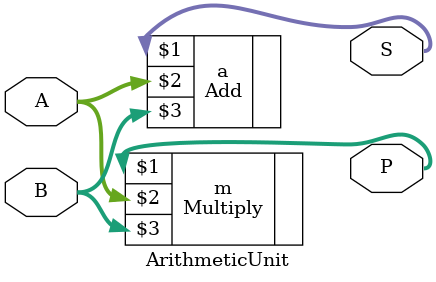
<source format=v>
`timescale 1ns / 1ps
module ArithmeticUnit(P,S,A,B);
	output [3:0]P;
	output [3:0]S;
	input [1:0]A;
	input [1:0]B;
	
	Multiply m(P,A,B);
	Add a(S,A,B);
endmodule

</source>
